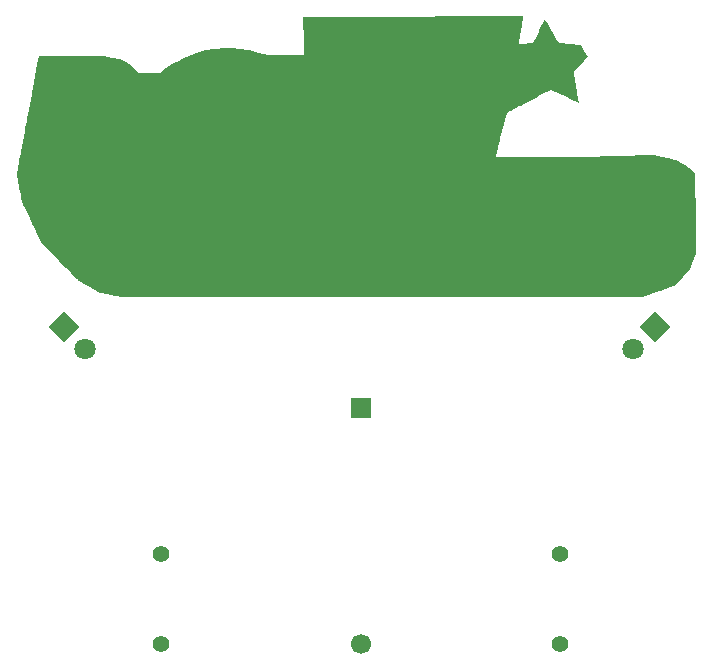
<source format=gbs>
%TF.GenerationSoftware,KiCad,Pcbnew,(6.0.11)*%
%TF.CreationDate,2023-10-05T20:18:08-05:00*%
%TF.ProjectId,BSidesDFW_2023_Badge,42536964-6573-4444-9657-5f323032335f,1*%
%TF.SameCoordinates,Original*%
%TF.FileFunction,Soldermask,Bot*%
%TF.FilePolarity,Negative*%
%FSLAX46Y46*%
G04 Gerber Fmt 4.6, Leading zero omitted, Abs format (unit mm)*
G04 Created by KiCad (PCBNEW (6.0.11)) date 2023-10-05 20:18:08*
%MOMM*%
%LPD*%
G01*
G04 APERTURE LIST*
G04 Aperture macros list*
%AMRotRect*
0 Rectangle, with rotation*
0 The origin of the aperture is its center*
0 $1 length*
0 $2 width*
0 $3 Rotation angle, in degrees counterclockwise*
0 Add horizontal line*
21,1,$1,$2,0,0,$3*%
G04 Aperture macros list end*
%ADD10R,1.700000X1.700000*%
%ADD11C,1.700000*%
%ADD12RotRect,1.800000X1.800000X315.000000*%
%ADD13C,1.800000*%
%ADD14C,1.400000*%
%ADD15RotRect,1.800000X1.800000X225.000000*%
G04 APERTURE END LIST*
G36*
X128682957Y-79619884D02*
G01*
X128782951Y-79621488D01*
X128850706Y-79624406D01*
X128881815Y-79628596D01*
X128883361Y-79629948D01*
X128880218Y-79656232D01*
X128871534Y-79716773D01*
X128858424Y-79804094D01*
X128842004Y-79910718D01*
X128830278Y-79985614D01*
X128814843Y-80083548D01*
X128793923Y-80216252D01*
X128768616Y-80376746D01*
X128740025Y-80558053D01*
X128709248Y-80753195D01*
X128677386Y-80955195D01*
X128645540Y-81157074D01*
X128642181Y-81178369D01*
X128613201Y-81363066D01*
X128586627Y-81534366D01*
X128563119Y-81687864D01*
X128543339Y-81819159D01*
X128527946Y-81923844D01*
X128517601Y-81997518D01*
X128512965Y-82035775D01*
X128512897Y-82040248D01*
X128534489Y-82039120D01*
X128592436Y-82032857D01*
X128681235Y-82022141D01*
X128795381Y-82007656D01*
X128929370Y-81990085D01*
X129076077Y-81970333D01*
X129258805Y-81945405D01*
X129404052Y-81925491D01*
X129516219Y-81909923D01*
X129599705Y-81898032D01*
X129658910Y-81889152D01*
X129698233Y-81882614D01*
X129722073Y-81877750D01*
X129734830Y-81873894D01*
X129740904Y-81870378D01*
X129742114Y-81869256D01*
X129752619Y-81849170D01*
X129779703Y-81794570D01*
X129821626Y-81709030D01*
X129876653Y-81596123D01*
X129943045Y-81459424D01*
X130019065Y-81302507D01*
X130102976Y-81128945D01*
X130193040Y-80942312D01*
X130227958Y-80869865D01*
X130319740Y-80679441D01*
X130405865Y-80500873D01*
X130484614Y-80337717D01*
X130554269Y-80193526D01*
X130613113Y-80071852D01*
X130659427Y-79976251D01*
X130691494Y-79910275D01*
X130707595Y-79877478D01*
X130709169Y-79874456D01*
X130715575Y-79883251D01*
X130733550Y-79912868D01*
X130763999Y-79964894D01*
X130807824Y-80040916D01*
X130865930Y-80142524D01*
X130939219Y-80271304D01*
X131028596Y-80428845D01*
X131134965Y-80616735D01*
X131259227Y-80836562D01*
X131402288Y-81089913D01*
X131565050Y-81378377D01*
X131581574Y-81407671D01*
X131669484Y-81561852D01*
X131740054Y-81681618D01*
X131795328Y-81770109D01*
X131837348Y-81830466D01*
X131868155Y-81865831D01*
X131887980Y-81878885D01*
X131918830Y-81884503D01*
X131987045Y-81894583D01*
X132088035Y-81908520D01*
X132217207Y-81925708D01*
X132369968Y-81945541D01*
X132541727Y-81967412D01*
X132727892Y-81990715D01*
X132841034Y-82004694D01*
X133745213Y-82115872D01*
X134036642Y-82571621D01*
X134116414Y-82696458D01*
X134189004Y-82810219D01*
X134251189Y-82907840D01*
X134299749Y-82984260D01*
X134331461Y-83034417D01*
X134342738Y-83052576D01*
X134332107Y-83074065D01*
X134293460Y-83123810D01*
X134228445Y-83199958D01*
X134138707Y-83300659D01*
X134025893Y-83424063D01*
X133891650Y-83568319D01*
X133753755Y-83714570D01*
X133587631Y-83890681D01*
X133450381Y-84038121D01*
X133340963Y-84158071D01*
X133258337Y-84251712D01*
X133201458Y-84320225D01*
X133169287Y-84364792D01*
X133160780Y-84386593D01*
X133160811Y-84386703D01*
X133167625Y-84418884D01*
X133179510Y-84484885D01*
X133195106Y-84576754D01*
X133213051Y-84686538D01*
X133224764Y-84760149D01*
X133241554Y-84866081D01*
X133263812Y-85005468D01*
X133290208Y-85170055D01*
X133319415Y-85351583D01*
X133350107Y-85541796D01*
X133380956Y-85732437D01*
X133394626Y-85816722D01*
X133434954Y-86065321D01*
X133468971Y-86275472D01*
X133497165Y-86450438D01*
X133520024Y-86593485D01*
X133538037Y-86707876D01*
X133551693Y-86796874D01*
X133561481Y-86863745D01*
X133567890Y-86911751D01*
X133571407Y-86944157D01*
X133572522Y-86964228D01*
X133571723Y-86975226D01*
X133569500Y-86980416D01*
X133568948Y-86981024D01*
X133548547Y-86973906D01*
X133493595Y-86949546D01*
X133407383Y-86909523D01*
X133293200Y-86855416D01*
X133154339Y-86788804D01*
X132994087Y-86711264D01*
X132815737Y-86624377D01*
X132622578Y-86529721D01*
X132417901Y-86428875D01*
X132407220Y-86423597D01*
X131256623Y-85855040D01*
X131131847Y-85917583D01*
X131092158Y-85937878D01*
X131019326Y-85975527D01*
X130917654Y-86028286D01*
X130791443Y-86093910D01*
X130644993Y-86170153D01*
X130482607Y-86254770D01*
X130308586Y-86345517D01*
X130127231Y-86440148D01*
X129942843Y-86536419D01*
X129759723Y-86632083D01*
X129582174Y-86724897D01*
X129414496Y-86812616D01*
X129260991Y-86892993D01*
X129125960Y-86963785D01*
X129013705Y-87022745D01*
X128936190Y-87063582D01*
X128872174Y-87097259D01*
X128777529Y-87146883D01*
X128659105Y-87208869D01*
X128523752Y-87279634D01*
X128378321Y-87355594D01*
X128229663Y-87433167D01*
X128228286Y-87433884D01*
X128083931Y-87509229D01*
X127946638Y-87580994D01*
X127822379Y-87646048D01*
X127717127Y-87701263D01*
X127636852Y-87743509D01*
X127587528Y-87769655D01*
X127584694Y-87771174D01*
X127479954Y-87827428D01*
X127018705Y-89672337D01*
X126950967Y-89943602D01*
X126886355Y-90202977D01*
X126825585Y-90447556D01*
X126769370Y-90674435D01*
X126718426Y-90880709D01*
X126673467Y-91063475D01*
X126635207Y-91219827D01*
X126604360Y-91346862D01*
X126581642Y-91441675D01*
X126567766Y-91501361D01*
X126563446Y-91523016D01*
X126563462Y-91523041D01*
X126585546Y-91524317D01*
X126647491Y-91525534D01*
X126746894Y-91526690D01*
X126881353Y-91527784D01*
X127048466Y-91528815D01*
X127245832Y-91529783D01*
X127471047Y-91530686D01*
X127721710Y-91531523D01*
X127995418Y-91532293D01*
X128289770Y-91532996D01*
X128602363Y-91533630D01*
X128930794Y-91534194D01*
X129272663Y-91534688D01*
X129625565Y-91535109D01*
X129987101Y-91535458D01*
X130354866Y-91535733D01*
X130726460Y-91535933D01*
X131099479Y-91536057D01*
X131471522Y-91536104D01*
X131840186Y-91536073D01*
X132203070Y-91535963D01*
X132557771Y-91535774D01*
X132901887Y-91535503D01*
X133233016Y-91535151D01*
X133548755Y-91534715D01*
X133846703Y-91534195D01*
X134124457Y-91533591D01*
X134379615Y-91532900D01*
X134609775Y-91532123D01*
X134812534Y-91531257D01*
X134985491Y-91530302D01*
X135126244Y-91529257D01*
X135232390Y-91528121D01*
X135301527Y-91526893D01*
X135307321Y-91526736D01*
X135490010Y-91521477D01*
X135701904Y-91515312D01*
X135929964Y-91508627D01*
X136161151Y-91501804D01*
X136382427Y-91495226D01*
X136554077Y-91490081D01*
X136744189Y-91484399D01*
X136944254Y-91478498D01*
X137143924Y-91472678D01*
X137332854Y-91467237D01*
X137500699Y-91462477D01*
X137637112Y-91458696D01*
X137642346Y-91458554D01*
X137793598Y-91454312D01*
X137950726Y-91449673D01*
X138101193Y-91445022D01*
X138232460Y-91440746D01*
X138318552Y-91437733D01*
X138411138Y-91434601D01*
X138536787Y-91430756D01*
X138686311Y-91426458D01*
X138850521Y-91421965D01*
X139020230Y-91417537D01*
X139142679Y-91414485D01*
X139297798Y-91410601D01*
X139442465Y-91406784D01*
X139570258Y-91403219D01*
X139674751Y-91400090D01*
X139749523Y-91397583D01*
X139787188Y-91395944D01*
X139811597Y-91396498D01*
X139850883Y-91400722D01*
X139907615Y-91409111D01*
X139984360Y-91422160D01*
X140083688Y-91440365D01*
X140208168Y-91464219D01*
X140360369Y-91494218D01*
X140542859Y-91530856D01*
X140758208Y-91574629D01*
X141008983Y-91626030D01*
X141297754Y-91685555D01*
X141393178Y-91705277D01*
X141805241Y-91790487D01*
X142069384Y-91941346D01*
X142257194Y-92048631D01*
X142412829Y-92137877D01*
X142540767Y-92212083D01*
X142645489Y-92274244D01*
X142731474Y-92327361D01*
X142803203Y-92374431D01*
X142865153Y-92418451D01*
X142921806Y-92462419D01*
X142977640Y-92509335D01*
X143037135Y-92562194D01*
X143104772Y-92623996D01*
X143145817Y-92661738D01*
X143442929Y-92934874D01*
X143443277Y-93359076D01*
X143443925Y-93523113D01*
X143445495Y-93704872D01*
X143447792Y-93888029D01*
X143450622Y-94056258D01*
X143452733Y-94153078D01*
X143454525Y-94239776D01*
X143456592Y-94363939D01*
X143458876Y-94520771D01*
X143461318Y-94705475D01*
X143463861Y-94913254D01*
X143466446Y-95139312D01*
X143469014Y-95378852D01*
X143471508Y-95627078D01*
X143473869Y-95879192D01*
X143474307Y-95928119D01*
X143476627Y-96179661D01*
X143479083Y-96427646D01*
X143481617Y-96667362D01*
X143484173Y-96894092D01*
X143486693Y-97103124D01*
X143489119Y-97289742D01*
X143491395Y-97449233D01*
X143493464Y-97576881D01*
X143495267Y-97667974D01*
X143495607Y-97682029D01*
X143497677Y-97783544D01*
X143499708Y-97920107D01*
X143501632Y-98084505D01*
X143503380Y-98269525D01*
X143504886Y-98467954D01*
X143506081Y-98672576D01*
X143506897Y-98876178D01*
X143506928Y-98886522D01*
X143509414Y-99742346D01*
X143270139Y-100389352D01*
X143030865Y-101036358D01*
X142400865Y-101725889D01*
X142268449Y-101870337D01*
X142143745Y-102005450D01*
X142029847Y-102127941D01*
X141929849Y-102234526D01*
X141846845Y-102321920D01*
X141783927Y-102386837D01*
X141744189Y-102425993D01*
X141731934Y-102436256D01*
X141705807Y-102446804D01*
X141643279Y-102470350D01*
X141547741Y-102505661D01*
X141422585Y-102551503D01*
X141271204Y-102606641D01*
X141096990Y-102669841D01*
X140903335Y-102739869D01*
X140693631Y-102815489D01*
X140471270Y-102895469D01*
X140367096Y-102932872D01*
X139041190Y-103408652D01*
X116893349Y-103406530D01*
X115693373Y-103406407D01*
X114534994Y-103406271D01*
X113417545Y-103406121D01*
X112340360Y-103405956D01*
X111302772Y-103405776D01*
X110304114Y-103405580D01*
X109343721Y-103405366D01*
X108420926Y-103405134D01*
X107535062Y-103404883D01*
X106685463Y-103404612D01*
X105871463Y-103404321D01*
X105092395Y-103404008D01*
X104347593Y-103403672D01*
X103636390Y-103403313D01*
X102958119Y-103402929D01*
X102312116Y-103402521D01*
X101697712Y-103402086D01*
X101114242Y-103401625D01*
X100561039Y-103401136D01*
X100037437Y-103400618D01*
X99542769Y-103400071D01*
X99076369Y-103399493D01*
X98637570Y-103398885D01*
X98225706Y-103398244D01*
X97840111Y-103397570D01*
X97480118Y-103396862D01*
X97145061Y-103396120D01*
X96834273Y-103395342D01*
X96547088Y-103394527D01*
X96282839Y-103393675D01*
X96040861Y-103392785D01*
X95820485Y-103391856D01*
X95621047Y-103390887D01*
X95441880Y-103389877D01*
X95282317Y-103388826D01*
X95141692Y-103387732D01*
X95019338Y-103386594D01*
X94914589Y-103385412D01*
X94826779Y-103384186D01*
X94755241Y-103382912D01*
X94699308Y-103381593D01*
X94658315Y-103380225D01*
X94631594Y-103378808D01*
X94618719Y-103377395D01*
X94568110Y-103366982D01*
X94481813Y-103349646D01*
X94365625Y-103326535D01*
X94225344Y-103298794D01*
X94066767Y-103267572D01*
X93895691Y-103234015D01*
X93756399Y-103206781D01*
X93020868Y-103063180D01*
X92213803Y-102589783D01*
X92041036Y-102488444D01*
X91875694Y-102391460D01*
X91722169Y-102301408D01*
X91584854Y-102220865D01*
X91468142Y-102152406D01*
X91376424Y-102098609D01*
X91314095Y-102062050D01*
X91292411Y-102049332D01*
X91264543Y-102029304D01*
X91221613Y-101992726D01*
X91162377Y-101938348D01*
X91085590Y-101864920D01*
X90990008Y-101771191D01*
X90874386Y-101655910D01*
X90737480Y-101517828D01*
X90578045Y-101355693D01*
X90394837Y-101168255D01*
X90186610Y-100954263D01*
X89952122Y-100712467D01*
X89690126Y-100441616D01*
X89612461Y-100361222D01*
X88046839Y-98740164D01*
X87883204Y-98395997D01*
X87820589Y-98264560D01*
X87745951Y-98108293D01*
X87665624Y-97940433D01*
X87585941Y-97774217D01*
X87516278Y-97629201D01*
X87450187Y-97491648D01*
X87384010Y-97353645D01*
X87322144Y-97224379D01*
X87268984Y-97113033D01*
X87228925Y-97028796D01*
X87223052Y-97016389D01*
X87193413Y-96953940D01*
X87148178Y-96858934D01*
X87090003Y-96736932D01*
X87021543Y-96593496D01*
X86945451Y-96434189D01*
X86864383Y-96264571D01*
X86780993Y-96090205D01*
X86774216Y-96076039D01*
X86682575Y-95884082D01*
X86607536Y-95725590D01*
X86547218Y-95596022D01*
X86499740Y-95490837D01*
X86463222Y-95405493D01*
X86435785Y-95335447D01*
X86415548Y-95276158D01*
X86400631Y-95223084D01*
X86389153Y-95171684D01*
X86380560Y-95125124D01*
X86320822Y-94780049D01*
X86267898Y-94474212D01*
X86221389Y-94205212D01*
X86180893Y-93970644D01*
X86146011Y-93768106D01*
X86116344Y-93595194D01*
X86091490Y-93449504D01*
X86071051Y-93328634D01*
X86054625Y-93230180D01*
X86041814Y-93151739D01*
X86032216Y-93090907D01*
X86025433Y-93045282D01*
X86021063Y-93012459D01*
X86018707Y-92990036D01*
X86017965Y-92975609D01*
X86018437Y-92966776D01*
X86019723Y-92961131D01*
X86020161Y-92959833D01*
X86025630Y-92934676D01*
X86037803Y-92872762D01*
X86055769Y-92778902D01*
X86078619Y-92657911D01*
X86105445Y-92514603D01*
X86135337Y-92353791D01*
X86165993Y-92187853D01*
X86228736Y-91847237D01*
X86284385Y-91545164D01*
X86333495Y-91278616D01*
X86376624Y-91044572D01*
X86414331Y-90840012D01*
X86447173Y-90661916D01*
X86475706Y-90507265D01*
X86500489Y-90373037D01*
X86522080Y-90256213D01*
X86541035Y-90153774D01*
X86557912Y-90062698D01*
X86573269Y-89979966D01*
X86587663Y-89902558D01*
X86601652Y-89827455D01*
X86610712Y-89778868D01*
X86630256Y-89673830D01*
X86657105Y-89529103D01*
X86690913Y-89346564D01*
X86731334Y-89128089D01*
X86778020Y-88875552D01*
X86830626Y-88590831D01*
X86888805Y-88275801D01*
X86952210Y-87932339D01*
X87020496Y-87562319D01*
X87093315Y-87167619D01*
X87170321Y-86750113D01*
X87251168Y-86311679D01*
X87307357Y-86006905D01*
X87340361Y-85827757D01*
X87379489Y-85615176D01*
X87423245Y-85377298D01*
X87470133Y-85122261D01*
X87518658Y-84858200D01*
X87567324Y-84593253D01*
X87614635Y-84335557D01*
X87653051Y-84126206D01*
X87858504Y-83006239D01*
X93393095Y-83006239D01*
X94058736Y-83144836D01*
X94724376Y-83283432D01*
X95217224Y-83538268D01*
X95710072Y-83793103D01*
X96044924Y-84112858D01*
X96379776Y-84432612D01*
X98141799Y-84432612D01*
X98324352Y-84288618D01*
X98491667Y-84157468D01*
X98634649Y-84047847D01*
X98761504Y-83954315D01*
X98880436Y-83871430D01*
X98999652Y-83793751D01*
X99127355Y-83715837D01*
X99271753Y-83632247D01*
X99441050Y-83537540D01*
X99535630Y-83485399D01*
X100120594Y-83163907D01*
X101046528Y-82849036D01*
X101972463Y-82534165D01*
X102659235Y-82446208D01*
X102888987Y-82416541D01*
X103082618Y-82391429D01*
X103246011Y-82370742D01*
X103385047Y-82354346D01*
X103505607Y-82342110D01*
X103613573Y-82333901D01*
X103714827Y-82329589D01*
X103815251Y-82329041D01*
X103920726Y-82332125D01*
X104037134Y-82338710D01*
X104170356Y-82348662D01*
X104326275Y-82361851D01*
X104510771Y-82378144D01*
X104729727Y-82397409D01*
X104751248Y-82399278D01*
X105754992Y-82486298D01*
X106521502Y-82719854D01*
X107288012Y-82953411D01*
X110311449Y-82953411D01*
X110299827Y-82356447D01*
X110297040Y-82205024D01*
X110293885Y-82019390D01*
X110290485Y-81807596D01*
X110286962Y-81577690D01*
X110283438Y-81337724D01*
X110280034Y-81095746D01*
X110276874Y-80859807D01*
X110275471Y-80750457D01*
X110262737Y-79741430D01*
X110808781Y-79741390D01*
X110882052Y-79741238D01*
X110995318Y-79740801D01*
X111146311Y-79740093D01*
X111332763Y-79739130D01*
X111552409Y-79737926D01*
X111802979Y-79736497D01*
X112082208Y-79734857D01*
X112387827Y-79733022D01*
X112717569Y-79731006D01*
X113069168Y-79728824D01*
X113440355Y-79726492D01*
X113828864Y-79724024D01*
X114232427Y-79721435D01*
X114648776Y-79718740D01*
X115075645Y-79715955D01*
X115510766Y-79713094D01*
X115951872Y-79710172D01*
X116396696Y-79707205D01*
X116842969Y-79704206D01*
X117288426Y-79701192D01*
X117730798Y-79698177D01*
X118167819Y-79695176D01*
X118597220Y-79692204D01*
X119016735Y-79689276D01*
X119424097Y-79686407D01*
X119817037Y-79683612D01*
X120193289Y-79680907D01*
X120550586Y-79678305D01*
X120886660Y-79675822D01*
X121199243Y-79673473D01*
X121486069Y-79671273D01*
X121744870Y-79669237D01*
X121814892Y-79668675D01*
X122053325Y-79666827D01*
X122328115Y-79664829D01*
X122633360Y-79662717D01*
X122963153Y-79660528D01*
X123311591Y-79658298D01*
X123672769Y-79656064D01*
X124040782Y-79653863D01*
X124409727Y-79651731D01*
X124773698Y-79649705D01*
X125126792Y-79647822D01*
X125417804Y-79646341D01*
X125733370Y-79644684D01*
X126048429Y-79642855D01*
X126358952Y-79640887D01*
X126660911Y-79638812D01*
X126950277Y-79636663D01*
X127223022Y-79634474D01*
X127475115Y-79632276D01*
X127702530Y-79630104D01*
X127901236Y-79627988D01*
X128067206Y-79625964D01*
X128196410Y-79624062D01*
X128233569Y-79623406D01*
X128403862Y-79620799D01*
X128555125Y-79619639D01*
X128682957Y-79619884D01*
G37*
D10*
X115127000Y-112800000D03*
D11*
X115127000Y-132800000D03*
D12*
X90000000Y-106000000D03*
D13*
X91796051Y-107796051D03*
D14*
X132000000Y-125190000D03*
X132000000Y-132810000D03*
X98250000Y-125190000D03*
X98250000Y-132810000D03*
D15*
X140000000Y-106000000D03*
D13*
X138203949Y-107796051D03*
M02*

</source>
